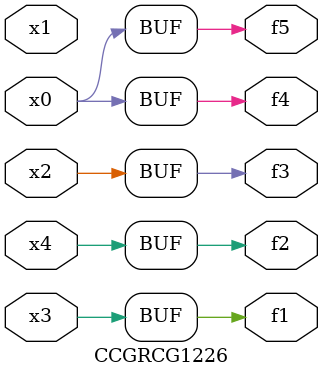
<source format=v>
module CCGRCG1226(
	input x0, x1, x2, x3, x4,
	output f1, f2, f3, f4, f5
);
	assign f1 = x3;
	assign f2 = x4;
	assign f3 = x2;
	assign f4 = x0;
	assign f5 = x0;
endmodule

</source>
